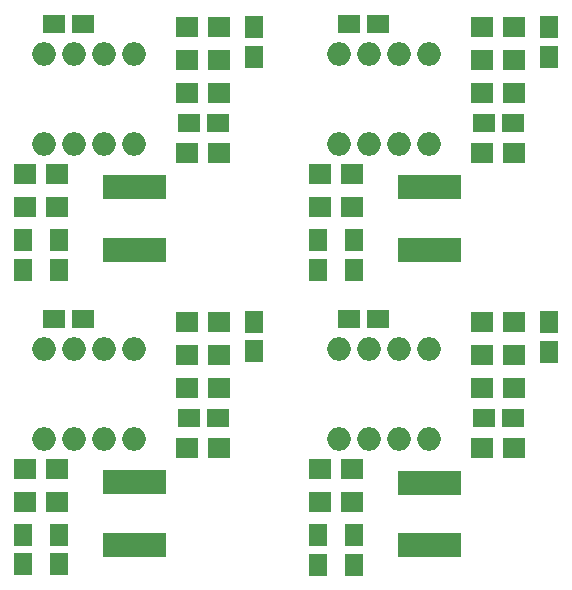
<source format=gts>
G04 #@! TF.FileFunction,Soldermask,Top*
%FSLAX46Y46*%
G04 Gerber Fmt 4.6, Leading zero omitted, Abs format (unit mm)*
G04 Created by KiCad (PCBNEW 0.201603210401+6634~43~ubuntu14.04.1-product) date mån 28 mar 2016 19:03:26*
%MOMM*%
G01*
G04 APERTURE LIST*
%ADD10C,0.100000*%
%ADD11R,0.810000X2.000000*%
%ADD12R,1.650000X1.900000*%
%ADD13R,1.900000X1.700000*%
%ADD14O,2.000000X2.000000*%
%ADD15R,1.900000X1.650000*%
G04 APERTURE END LIST*
D10*
D11*
X114998500Y-141185900D03*
X114363500Y-141185900D03*
X113728500Y-141185900D03*
X113093500Y-141185900D03*
X112458500Y-141185900D03*
X111823500Y-141185900D03*
X111188500Y-141185900D03*
X110553500Y-141185900D03*
X110553500Y-146494500D03*
X111188500Y-146494500D03*
X111823500Y-146494500D03*
X112458500Y-146494500D03*
X113093500Y-146494500D03*
X113728500Y-146494500D03*
X114363500Y-146494500D03*
X114998500Y-146494500D03*
D12*
X106426000Y-145638200D03*
X106426000Y-148138200D03*
D13*
X103552000Y-142824200D03*
X106252000Y-142824200D03*
X103552000Y-140030200D03*
X106252000Y-140030200D03*
D12*
X103378000Y-145638200D03*
X103378000Y-148138200D03*
D14*
X105156000Y-137490200D03*
X107696000Y-137490200D03*
X110236000Y-137490200D03*
X112776000Y-137490200D03*
X112776000Y-129870200D03*
X110236000Y-129870200D03*
X107696000Y-129870200D03*
X105156000Y-129870200D03*
D12*
X122936000Y-130104200D03*
X122936000Y-127604200D03*
D15*
X105938000Y-127330200D03*
X108438000Y-127330200D03*
D13*
X117268000Y-138252200D03*
X119968000Y-138252200D03*
X117268000Y-133172200D03*
X119968000Y-133172200D03*
X117268000Y-127584200D03*
X119968000Y-127584200D03*
X117268000Y-130378200D03*
X119968000Y-130378200D03*
D15*
X119868000Y-135712200D03*
X117368000Y-135712200D03*
D11*
X139966700Y-141211300D03*
X139331700Y-141211300D03*
X138696700Y-141211300D03*
X138061700Y-141211300D03*
X137426700Y-141211300D03*
X136791700Y-141211300D03*
X136156700Y-141211300D03*
X135521700Y-141211300D03*
X135521700Y-146519900D03*
X136156700Y-146519900D03*
X136791700Y-146519900D03*
X137426700Y-146519900D03*
X138061700Y-146519900D03*
X138696700Y-146519900D03*
X139331700Y-146519900D03*
X139966700Y-146519900D03*
D12*
X131394200Y-145663600D03*
X131394200Y-148163600D03*
D13*
X128520200Y-142849600D03*
X131220200Y-142849600D03*
X128520200Y-140055600D03*
X131220200Y-140055600D03*
D12*
X128346200Y-145663600D03*
X128346200Y-148163600D03*
D14*
X130124200Y-137515600D03*
X132664200Y-137515600D03*
X135204200Y-137515600D03*
X137744200Y-137515600D03*
X137744200Y-129895600D03*
X135204200Y-129895600D03*
X132664200Y-129895600D03*
X130124200Y-129895600D03*
D12*
X147904200Y-130129600D03*
X147904200Y-127629600D03*
D15*
X130906200Y-127355600D03*
X133406200Y-127355600D03*
D13*
X142236200Y-138277600D03*
X144936200Y-138277600D03*
X142236200Y-133197600D03*
X144936200Y-133197600D03*
X142236200Y-127609600D03*
X144936200Y-127609600D03*
X142236200Y-130403600D03*
X144936200Y-130403600D03*
D15*
X144836200Y-135737600D03*
X142336200Y-135737600D03*
D13*
X128520200Y-115062000D03*
X131220200Y-115062000D03*
X128520200Y-117856000D03*
X131220200Y-117856000D03*
X142236200Y-105410000D03*
X144936200Y-105410000D03*
X142236200Y-102616000D03*
X144936200Y-102616000D03*
X142236200Y-108204000D03*
X144936200Y-108204000D03*
X142236200Y-113284000D03*
X144936200Y-113284000D03*
D12*
X131394200Y-120670000D03*
X131394200Y-123170000D03*
X128346200Y-120670000D03*
X128346200Y-123170000D03*
D15*
X130906200Y-102362000D03*
X133406200Y-102362000D03*
D12*
X147904200Y-105136000D03*
X147904200Y-102636000D03*
D11*
X139966700Y-116217700D03*
X139331700Y-116217700D03*
X138696700Y-116217700D03*
X138061700Y-116217700D03*
X137426700Y-116217700D03*
X136791700Y-116217700D03*
X136156700Y-116217700D03*
X135521700Y-116217700D03*
X135521700Y-121526300D03*
X136156700Y-121526300D03*
X136791700Y-121526300D03*
X137426700Y-121526300D03*
X138061700Y-121526300D03*
X138696700Y-121526300D03*
X139331700Y-121526300D03*
X139966700Y-121526300D03*
D15*
X144836200Y-110744000D03*
X142336200Y-110744000D03*
D14*
X130124200Y-112522000D03*
X132664200Y-112522000D03*
X135204200Y-112522000D03*
X137744200Y-112522000D03*
X137744200Y-104902000D03*
X135204200Y-104902000D03*
X132664200Y-104902000D03*
X130124200Y-104902000D03*
X105156000Y-112522000D03*
X107696000Y-112522000D03*
X110236000Y-112522000D03*
X112776000Y-112522000D03*
X112776000Y-104902000D03*
X110236000Y-104902000D03*
X107696000Y-104902000D03*
X105156000Y-104902000D03*
D15*
X119868000Y-110744000D03*
X117368000Y-110744000D03*
D11*
X114998500Y-116217700D03*
X114363500Y-116217700D03*
X113728500Y-116217700D03*
X113093500Y-116217700D03*
X112458500Y-116217700D03*
X111823500Y-116217700D03*
X111188500Y-116217700D03*
X110553500Y-116217700D03*
X110553500Y-121526300D03*
X111188500Y-121526300D03*
X111823500Y-121526300D03*
X112458500Y-121526300D03*
X113093500Y-121526300D03*
X113728500Y-121526300D03*
X114363500Y-121526300D03*
X114998500Y-121526300D03*
D12*
X122936000Y-105136000D03*
X122936000Y-102636000D03*
D15*
X105938000Y-102362000D03*
X108438000Y-102362000D03*
D12*
X103378000Y-120670000D03*
X103378000Y-123170000D03*
X106426000Y-120670000D03*
X106426000Y-123170000D03*
D13*
X117268000Y-113284000D03*
X119968000Y-113284000D03*
X117268000Y-108204000D03*
X119968000Y-108204000D03*
X117268000Y-102616000D03*
X119968000Y-102616000D03*
X117268000Y-105410000D03*
X119968000Y-105410000D03*
X103552000Y-117856000D03*
X106252000Y-117856000D03*
X103552000Y-115062000D03*
X106252000Y-115062000D03*
M02*

</source>
